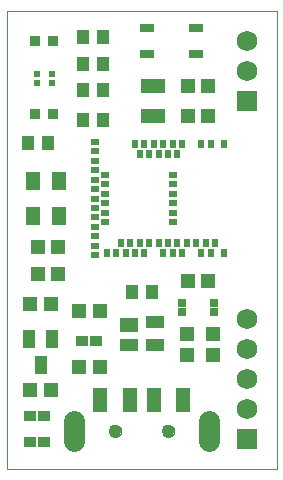
<source format=gts>
G75*
%MOIN*%
%OFA0B0*%
%FSLAX25Y25*%
%IPPOS*%
%LPD*%
%AMOC8*
5,1,8,0,0,1.08239X$1,22.5*
%
%ADD10C,0.00000*%
%ADD11R,0.01975X0.02762*%
%ADD12R,0.02762X0.01975*%
%ADD13R,0.07880X0.04731*%
%ADD14R,0.04534X0.04652*%
%ADD15R,0.04042X0.03313*%
%ADD16R,0.04652X0.04534*%
%ADD17R,0.06069X0.04337*%
%ADD18R,0.06069X0.05124*%
%ADD19C,0.07000*%
%ADD20C,0.04337*%
%ADD21R,0.05124X0.08274*%
%ADD22R,0.04337X0.04731*%
%ADD23R,0.04528X0.02953*%
%ADD24R,0.02565X0.02565*%
%ADD25R,0.03550X0.03550*%
%ADD26R,0.02362X0.01969*%
%ADD27R,0.06900X0.06900*%
%ADD28C,0.06900*%
%ADD29R,0.04337X0.05912*%
%ADD30R,0.05124X0.06306*%
D10*
X0022622Y0058041D02*
X0022622Y0210541D01*
X0112622Y0210541D01*
X0112622Y0058041D01*
X0022622Y0058041D01*
X0056795Y0070541D02*
X0056797Y0070629D01*
X0056803Y0070717D01*
X0056813Y0070805D01*
X0056827Y0070893D01*
X0056844Y0070979D01*
X0056866Y0071065D01*
X0056891Y0071149D01*
X0056921Y0071233D01*
X0056953Y0071315D01*
X0056990Y0071395D01*
X0057030Y0071474D01*
X0057074Y0071551D01*
X0057121Y0071626D01*
X0057171Y0071698D01*
X0057225Y0071769D01*
X0057281Y0071836D01*
X0057341Y0071902D01*
X0057403Y0071964D01*
X0057469Y0072024D01*
X0057536Y0072080D01*
X0057607Y0072134D01*
X0057679Y0072184D01*
X0057754Y0072231D01*
X0057831Y0072275D01*
X0057910Y0072315D01*
X0057990Y0072352D01*
X0058072Y0072384D01*
X0058156Y0072414D01*
X0058240Y0072439D01*
X0058326Y0072461D01*
X0058412Y0072478D01*
X0058500Y0072492D01*
X0058588Y0072502D01*
X0058676Y0072508D01*
X0058764Y0072510D01*
X0058852Y0072508D01*
X0058940Y0072502D01*
X0059028Y0072492D01*
X0059116Y0072478D01*
X0059202Y0072461D01*
X0059288Y0072439D01*
X0059372Y0072414D01*
X0059456Y0072384D01*
X0059538Y0072352D01*
X0059618Y0072315D01*
X0059697Y0072275D01*
X0059774Y0072231D01*
X0059849Y0072184D01*
X0059921Y0072134D01*
X0059992Y0072080D01*
X0060059Y0072024D01*
X0060125Y0071964D01*
X0060187Y0071902D01*
X0060247Y0071836D01*
X0060303Y0071769D01*
X0060357Y0071698D01*
X0060407Y0071626D01*
X0060454Y0071551D01*
X0060498Y0071474D01*
X0060538Y0071395D01*
X0060575Y0071315D01*
X0060607Y0071233D01*
X0060637Y0071149D01*
X0060662Y0071065D01*
X0060684Y0070979D01*
X0060701Y0070893D01*
X0060715Y0070805D01*
X0060725Y0070717D01*
X0060731Y0070629D01*
X0060733Y0070541D01*
X0060731Y0070453D01*
X0060725Y0070365D01*
X0060715Y0070277D01*
X0060701Y0070189D01*
X0060684Y0070103D01*
X0060662Y0070017D01*
X0060637Y0069933D01*
X0060607Y0069849D01*
X0060575Y0069767D01*
X0060538Y0069687D01*
X0060498Y0069608D01*
X0060454Y0069531D01*
X0060407Y0069456D01*
X0060357Y0069384D01*
X0060303Y0069313D01*
X0060247Y0069246D01*
X0060187Y0069180D01*
X0060125Y0069118D01*
X0060059Y0069058D01*
X0059992Y0069002D01*
X0059921Y0068948D01*
X0059849Y0068898D01*
X0059774Y0068851D01*
X0059697Y0068807D01*
X0059618Y0068767D01*
X0059538Y0068730D01*
X0059456Y0068698D01*
X0059372Y0068668D01*
X0059288Y0068643D01*
X0059202Y0068621D01*
X0059116Y0068604D01*
X0059028Y0068590D01*
X0058940Y0068580D01*
X0058852Y0068574D01*
X0058764Y0068572D01*
X0058676Y0068574D01*
X0058588Y0068580D01*
X0058500Y0068590D01*
X0058412Y0068604D01*
X0058326Y0068621D01*
X0058240Y0068643D01*
X0058156Y0068668D01*
X0058072Y0068698D01*
X0057990Y0068730D01*
X0057910Y0068767D01*
X0057831Y0068807D01*
X0057754Y0068851D01*
X0057679Y0068898D01*
X0057607Y0068948D01*
X0057536Y0069002D01*
X0057469Y0069058D01*
X0057403Y0069118D01*
X0057341Y0069180D01*
X0057281Y0069246D01*
X0057225Y0069313D01*
X0057171Y0069384D01*
X0057121Y0069456D01*
X0057074Y0069531D01*
X0057030Y0069608D01*
X0056990Y0069687D01*
X0056953Y0069767D01*
X0056921Y0069849D01*
X0056891Y0069933D01*
X0056866Y0070017D01*
X0056844Y0070103D01*
X0056827Y0070189D01*
X0056813Y0070277D01*
X0056803Y0070365D01*
X0056797Y0070453D01*
X0056795Y0070541D01*
X0074511Y0070541D02*
X0074513Y0070629D01*
X0074519Y0070717D01*
X0074529Y0070805D01*
X0074543Y0070893D01*
X0074560Y0070979D01*
X0074582Y0071065D01*
X0074607Y0071149D01*
X0074637Y0071233D01*
X0074669Y0071315D01*
X0074706Y0071395D01*
X0074746Y0071474D01*
X0074790Y0071551D01*
X0074837Y0071626D01*
X0074887Y0071698D01*
X0074941Y0071769D01*
X0074997Y0071836D01*
X0075057Y0071902D01*
X0075119Y0071964D01*
X0075185Y0072024D01*
X0075252Y0072080D01*
X0075323Y0072134D01*
X0075395Y0072184D01*
X0075470Y0072231D01*
X0075547Y0072275D01*
X0075626Y0072315D01*
X0075706Y0072352D01*
X0075788Y0072384D01*
X0075872Y0072414D01*
X0075956Y0072439D01*
X0076042Y0072461D01*
X0076128Y0072478D01*
X0076216Y0072492D01*
X0076304Y0072502D01*
X0076392Y0072508D01*
X0076480Y0072510D01*
X0076568Y0072508D01*
X0076656Y0072502D01*
X0076744Y0072492D01*
X0076832Y0072478D01*
X0076918Y0072461D01*
X0077004Y0072439D01*
X0077088Y0072414D01*
X0077172Y0072384D01*
X0077254Y0072352D01*
X0077334Y0072315D01*
X0077413Y0072275D01*
X0077490Y0072231D01*
X0077565Y0072184D01*
X0077637Y0072134D01*
X0077708Y0072080D01*
X0077775Y0072024D01*
X0077841Y0071964D01*
X0077903Y0071902D01*
X0077963Y0071836D01*
X0078019Y0071769D01*
X0078073Y0071698D01*
X0078123Y0071626D01*
X0078170Y0071551D01*
X0078214Y0071474D01*
X0078254Y0071395D01*
X0078291Y0071315D01*
X0078323Y0071233D01*
X0078353Y0071149D01*
X0078378Y0071065D01*
X0078400Y0070979D01*
X0078417Y0070893D01*
X0078431Y0070805D01*
X0078441Y0070717D01*
X0078447Y0070629D01*
X0078449Y0070541D01*
X0078447Y0070453D01*
X0078441Y0070365D01*
X0078431Y0070277D01*
X0078417Y0070189D01*
X0078400Y0070103D01*
X0078378Y0070017D01*
X0078353Y0069933D01*
X0078323Y0069849D01*
X0078291Y0069767D01*
X0078254Y0069687D01*
X0078214Y0069608D01*
X0078170Y0069531D01*
X0078123Y0069456D01*
X0078073Y0069384D01*
X0078019Y0069313D01*
X0077963Y0069246D01*
X0077903Y0069180D01*
X0077841Y0069118D01*
X0077775Y0069058D01*
X0077708Y0069002D01*
X0077637Y0068948D01*
X0077565Y0068898D01*
X0077490Y0068851D01*
X0077413Y0068807D01*
X0077334Y0068767D01*
X0077254Y0068730D01*
X0077172Y0068698D01*
X0077088Y0068668D01*
X0077004Y0068643D01*
X0076918Y0068621D01*
X0076832Y0068604D01*
X0076744Y0068590D01*
X0076656Y0068580D01*
X0076568Y0068574D01*
X0076480Y0068572D01*
X0076392Y0068574D01*
X0076304Y0068580D01*
X0076216Y0068590D01*
X0076128Y0068604D01*
X0076042Y0068621D01*
X0075956Y0068643D01*
X0075872Y0068668D01*
X0075788Y0068698D01*
X0075706Y0068730D01*
X0075626Y0068767D01*
X0075547Y0068807D01*
X0075470Y0068851D01*
X0075395Y0068898D01*
X0075323Y0068948D01*
X0075252Y0069002D01*
X0075185Y0069058D01*
X0075119Y0069118D01*
X0075057Y0069180D01*
X0074997Y0069246D01*
X0074941Y0069313D01*
X0074887Y0069384D01*
X0074837Y0069456D01*
X0074790Y0069531D01*
X0074746Y0069608D01*
X0074706Y0069687D01*
X0074669Y0069767D01*
X0074637Y0069849D01*
X0074607Y0069933D01*
X0074582Y0070017D01*
X0074560Y0070103D01*
X0074543Y0070189D01*
X0074529Y0070277D01*
X0074519Y0070365D01*
X0074513Y0070453D01*
X0074511Y0070541D01*
D11*
X0074807Y0129734D03*
X0077957Y0129734D03*
X0079532Y0133278D03*
X0076382Y0133278D03*
X0073232Y0133278D03*
X0070083Y0133278D03*
X0068508Y0129734D03*
X0066933Y0133278D03*
X0063784Y0133278D03*
X0065358Y0129734D03*
X0062209Y0129734D03*
X0059059Y0129734D03*
X0060634Y0133278D03*
X0055910Y0129734D03*
X0066933Y0162805D03*
X0065358Y0166348D03*
X0068508Y0166348D03*
X0070083Y0162805D03*
X0071658Y0166348D03*
X0073232Y0162805D03*
X0074807Y0166348D03*
X0076382Y0162805D03*
X0077957Y0166348D03*
X0079532Y0162805D03*
X0081106Y0166348D03*
X0087406Y0166348D03*
X0090555Y0166348D03*
X0094886Y0166348D03*
X0092130Y0133278D03*
X0090555Y0129734D03*
X0087406Y0129734D03*
X0088980Y0133278D03*
X0085831Y0133278D03*
X0082681Y0133278D03*
X0081106Y0129734D03*
X0094886Y0129734D03*
D12*
X0077957Y0140167D03*
X0077957Y0143317D03*
X0077957Y0146467D03*
X0077957Y0149616D03*
X0077957Y0152766D03*
X0077957Y0155915D03*
X0055516Y0155915D03*
X0055516Y0152766D03*
X0055516Y0149616D03*
X0055516Y0146467D03*
X0055516Y0143317D03*
X0055516Y0140167D03*
X0051973Y0138593D03*
X0051973Y0135443D03*
X0051973Y0132293D03*
X0051973Y0129144D03*
X0051973Y0141742D03*
X0051973Y0144892D03*
X0051973Y0148041D03*
X0051973Y0151191D03*
X0051973Y0154341D03*
X0051973Y0157490D03*
X0051973Y0160640D03*
X0051973Y0163789D03*
X0051973Y0166939D03*
D13*
X0071372Y0175620D03*
X0071372Y0185463D03*
D14*
X0082927Y0185541D03*
X0082927Y0175541D03*
X0089817Y0175541D03*
X0089817Y0185541D03*
X0089817Y0120541D03*
X0082927Y0120541D03*
X0053567Y0110541D03*
X0046677Y0110541D03*
X0039817Y0123041D03*
X0039817Y0131791D03*
X0032927Y0131791D03*
X0032927Y0123041D03*
X0030427Y0113041D03*
X0037317Y0113041D03*
X0046677Y0091791D03*
X0053567Y0091791D03*
X0037317Y0084291D03*
X0030427Y0084291D03*
D15*
X0030260Y0075541D03*
X0034984Y0075541D03*
X0034984Y0066791D03*
X0030260Y0066791D03*
X0047760Y0100541D03*
X0052484Y0100541D03*
D16*
X0082622Y0102736D03*
X0082622Y0095846D03*
X0091372Y0095846D03*
X0091372Y0102736D03*
D17*
X0071953Y0099301D03*
X0071953Y0106781D03*
X0063291Y0099301D03*
D18*
X0063291Y0105994D03*
D19*
X0045181Y0073841D02*
X0045181Y0067241D01*
X0090063Y0067241D02*
X0090063Y0073841D01*
D20*
X0076480Y0070541D03*
X0058764Y0070541D03*
D21*
X0063685Y0080778D03*
X0071559Y0080778D03*
X0081402Y0080778D03*
X0053843Y0080778D03*
D22*
X0064276Y0116791D03*
X0070969Y0116791D03*
X0054719Y0174291D03*
X0054719Y0184291D03*
X0054719Y0193041D03*
X0054719Y0201791D03*
X0048026Y0201791D03*
X0048026Y0193041D03*
X0048026Y0184291D03*
X0048026Y0174291D03*
X0036281Y0166479D03*
X0029588Y0166479D03*
D23*
X0069453Y0196309D03*
X0069453Y0204774D03*
X0085791Y0204774D03*
X0085791Y0196309D03*
D24*
X0081156Y0113268D03*
X0081156Y0110315D03*
X0091589Y0110315D03*
X0091589Y0113268D03*
D25*
X0038075Y0176166D03*
X0032169Y0176166D03*
X0032169Y0200541D03*
X0038075Y0200541D03*
D26*
X0037681Y0189419D03*
X0037681Y0186663D03*
X0032563Y0186663D03*
X0032563Y0189419D03*
D27*
X0102622Y0180541D03*
X0102622Y0068041D03*
D28*
X0102622Y0078041D03*
X0102622Y0088041D03*
X0102622Y0098041D03*
X0102622Y0108041D03*
X0102622Y0190541D03*
X0102622Y0200541D03*
D29*
X0037612Y0101122D03*
X0033872Y0092461D03*
X0030132Y0101122D03*
D30*
X0031372Y0142333D03*
X0031372Y0153750D03*
X0040122Y0153750D03*
X0040122Y0142333D03*
M02*

</source>
